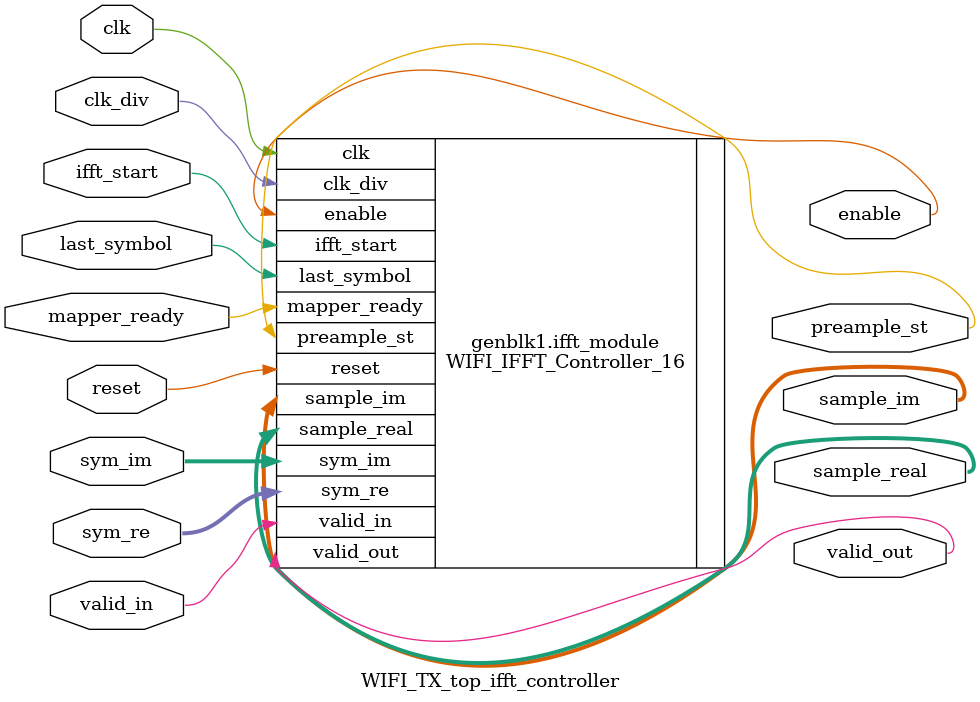
<source format=v>
/*
======================================================================================
				Standard   : WIFI
				Block name : IFFT controller
======================================================================================
*/
//====================================================================================
module WIFI_TX_top_ifft_controller#(parameter TYPE=16)
(
	clk,
	clk_div,
	reset,
	sym_re,
	sym_im,
	valid_in,
	ifft_start,
	last_symbol,
	valid_out,
	sample_real,
	sample_im,
	preample_st,
	enable,
	mapper_ready
);
	//===============================================================================	
	localparam SAMPLE_WIDTH= 12;
	input clk;
	input clk_div;
	input reset;
	input [SAMPLE_WIDTH-1:0] sym_re;
	input [SAMPLE_WIDTH-1:0] sym_im;
	input valid_in;
	input ifft_start;
	input last_symbol;
	input mapper_ready;
	output valid_out;
	output [SAMPLE_WIDTH-1:0] sample_real;
	output [SAMPLE_WIDTH-1:0] sample_im;	
	output preample_st;
	output enable;	
	//===============================================================================	
	generate
		case(TYPE)
			2:
			begin
				(* keep_hierarchy = "yes" *) 
				WIFI_IFFT_Controller_2 ifft_module 
				(
					.clk(clk), 
					.clk_div(clk_div), 
					.reset(reset), 
					.sym_re(sym_re),
					.sym_im(sym_im), 
					.valid_in(valid_in), 
					.ifft_start(ifft_start),
					.last_symbol(last_symbol), 
					.valid_out(valid_out), 
					.sample_real(sample_real), 
					.sample_im(sample_im), 
					.preample_st(preample_st), 
					.enable(enable),
					.mapper_ready(mapper_ready)
				);
			end
			4:
			begin
				(* keep_hierarchy = "yes" *) 
				WIFI_IFFT_Controller_4 ifft_module 
				(
					.clk(clk), 
					.clk_div(clk_div), 
					.reset(reset), 
					.sym_re(sym_re),
					.sym_im(sym_im), 
					.valid_in(valid_in), 
					.ifft_start(ifft_start),
					.last_symbol(last_symbol), 
					.valid_out(valid_out), 
					.sample_real(sample_real), 
					.sample_im(sample_im), 
					.preample_st(preample_st), 
					.enable(enable),
					.mapper_ready(mapper_ready)
				);
			end
			16:
			begin
				(* keep_hierarchy = "yes" *) 
				WIFI_IFFT_Controller_16 ifft_module 
				(
					.clk(clk), 
					.clk_div(clk_div), 
					.reset(reset), 
					.sym_re(sym_re),
					.sym_im(sym_im), 
					.valid_in(valid_in), 
					.ifft_start(ifft_start),
					.last_symbol(last_symbol), 
					.valid_out(valid_out), 
					.sample_real(sample_real), 
					.sample_im(sample_im), 
					.preample_st(preample_st), 
					.enable(enable),
					.mapper_ready(mapper_ready)
				);
			end
		endcase
	endgenerate
	//===============================================================================	
endmodule

</source>
